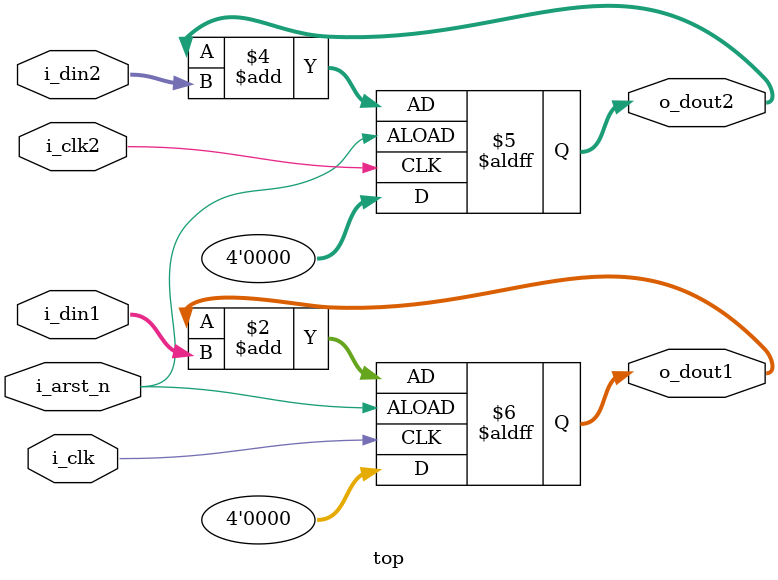
<source format=sv>
module top
#(
    parameter BUS_WIDTH = 4
)
(
    input logic i_clk,     // clock
    input logic i_clk2,     // clock
    input logic i_arst_n,   // active-low reset
    input logic [BUS_WIDTH-1:0] i_din1,     // signal 1 input
    input logic [BUS_WIDTH-1:0] i_din2,     // signal 2 input
    output logic [BUS_WIDTH-1:0] o_dout1,   // signal 1 output
    output logic [BUS_WIDTH-1:0] o_dout2    // signal 2 output
);

    // clock 1
    always_ff @(posedge i_clk or negedge i_arst_n)
    begin
        if (i_arst_n) begin
            o_dout1 <= 0;
        end else begin
            // prime pipe
            o_dout1 <= o_dout1 + i_din1;
        end
    end

    // clock 2
    always_ff @(posedge i_clk2 or negedge i_arst_n)
    begin
        if (i_arst_n) begin
            o_dout2 <= 0;
        end else begin
            // prime pipe
            o_dout2 <= o_dout2 + i_din2;
        end
    end

endmodule

</source>
